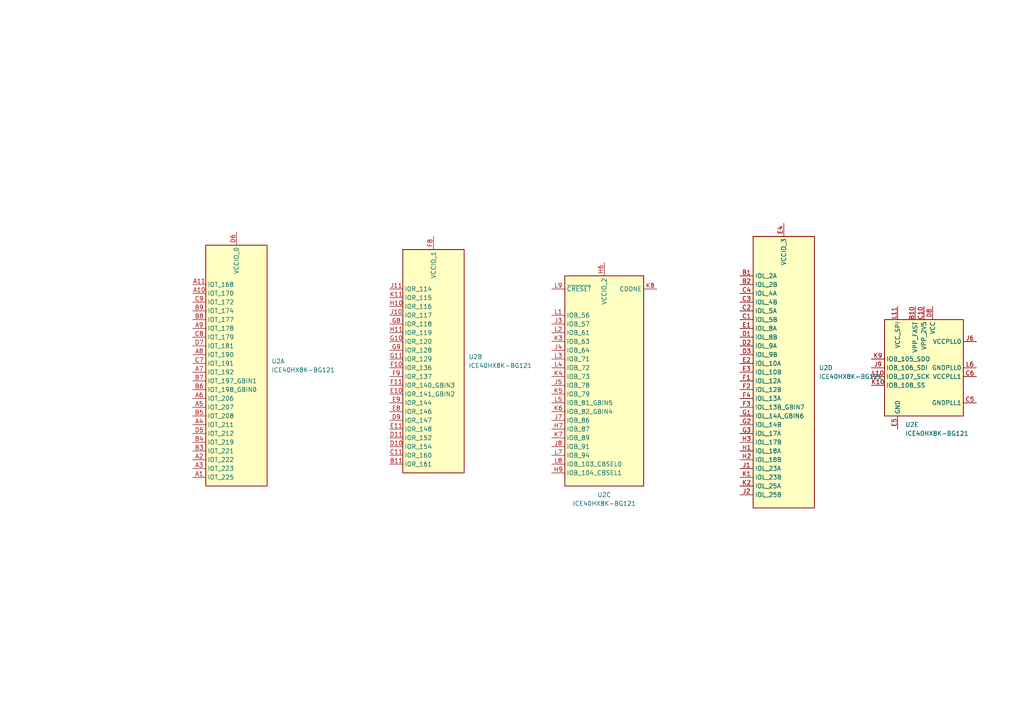
<source format=kicad_sch>
(kicad_sch (version 20230121) (generator eeschema)
  (paper "A4")
  (lib_symbols
    (symbol "FPGA_Lattice:ICE40HX8K-BG121"
      (property "Reference" "U" (at 2.54 44.45 0))
      (property "Value" "ICE40HX8K-BG121" (at 10.16 41.91 0))
      (symbol "ICE40HX8K-BG121_1_1"
        (rectangle (start -8.89 31.75) (end 8.89 -38.1) (stroke (width 0.254)) (fill (type background)))
        (pin bidirectional line (at -12.7 -35.56 0) (length 3.81) (name "IOT_225") (number "A1"))
        (pin bidirectional line (at -12.7 17.78 0) (length 3.81) (name "IOT_170") (number "A10"))
        (pin bidirectional line (at -12.7 20.32 0) (length 3.81) (name "IOT_168") (number "A11"))
        (pin bidirectional line (at -12.7 -30.48 0) (length 3.81) (name "IOT_222") (number "A2"))
        (pin bidirectional line (at -12.7 -33.02 0) (length 3.81) (name "IOT_223") (number "A3"))
        (pin bidirectional line (at -12.7 -20.32 0) (length 3.81) (name "IOT_211") (number "A4"))
        (pin bidirectional line (at -12.7 -15.24 0) (length 3.81) (name "IOT_207") (number "A5"))
        (pin bidirectional line (at -12.7 -12.7 0) (length 3.81) (name "IOT_206") (number "A6"))
        (pin bidirectional line (at -12.7 -5.08 0) (length 3.81) (name "IOT_192") (number "A7"))
        (pin bidirectional line (at -12.7 0 0) (length 3.81) (name "IOT_190") (number "A8"))
        (pin bidirectional line (at -12.7 7.62 0) (length 3.81) (name "IOT_178") (number "A9"))
        (pin bidirectional line (at -12.7 -27.94 0) (length 3.81) (name "IOT_221") (number "B3"))
        (pin bidirectional line (at -12.7 -25.4 0) (length 3.81) (name "IOT_219") (number "B4"))
        (pin bidirectional line (at -12.7 -17.78 0) (length 3.81) (name "IOT_208") (number "B5"))
        (pin bidirectional line (at -12.7 -10.16 0) (length 3.81) (name "IOT_198_GBIN0") (number "B6"))
        (pin bidirectional line (at -12.7 -7.62 0) (length 3.81) (name "IOT_197_GBIN1") (number "B7"))
        (pin bidirectional line (at -12.7 10.16 0) (length 3.81) (name "IOT_177") (number "B8"))
        (pin bidirectional line (at -12.7 12.7 0) (length 3.81) (name "IOT_174") (number "B9"))
        (pin bidirectional line (at -12.7 -2.54 0) (length 3.81) (name "IOT_191") (number "C7"))
        (pin bidirectional line (at -12.7 5.08 0) (length 3.81) (name "IOT_179") (number "C8"))
        (pin bidirectional line (at -12.7 15.24 0) (length 3.81) (name "IOT_172") (number "C9"))
        (pin bidirectional line (at -12.7 -22.86 0) (length 3.81) (name "IOT_212") (number "D5"))
        (pin power_in line (at 0 35.56 270) (length 3.81) (name "VCCIO_0") (number "D6"))
        (pin bidirectional line (at -12.7 2.54 0) (length 3.81) (name "IOT_181") (number "D7"))
      )
      (symbol "ICE40HX8K-BG121_2_1"
        (rectangle (start -8.89 31.75) (end 8.89 -33.02) (stroke (width 0.254)) (fill (type background)))
        (pin bidirectional line (at -12.7 -30.48 0) (length 3.81) (name "IOR_161") (number "B11"))
        (pin bidirectional line (at -12.7 -27.94 0) (length 3.81) (name "IOR_160") (number "C11"))
        (pin bidirectional line (at -12.7 -25.4 0) (length 3.81) (name "IOR_154") (number "D10"))
        (pin bidirectional line (at -12.7 -22.86 0) (length 3.81) (name "IOR_152") (number "D11"))
        (pin bidirectional line (at -12.7 -17.78 0) (length 3.81) (name "IOR_147") (number "D9"))
        (pin bidirectional line (at -12.7 -10.16 0) (length 3.81) (name "IOR_141_GBIN2") (number "E10"))
        (pin bidirectional line (at -12.7 -20.32 0) (length 3.81) (name "IOR_148") (number "E11"))
        (pin bidirectional line (at -12.7 -15.24 0) (length 3.81) (name "IOR_146") (number "E8"))
        (pin bidirectional line (at -12.7 -12.7 0) (length 3.81) (name "IOR_144") (number "E9"))
        (pin bidirectional line (at -12.7 -2.54 0) (length 3.81) (name "IOR_136") (number "F10"))
        (pin bidirectional line (at -12.7 -7.62 0) (length 3.81) (name "IOR_140_GBIN3") (number "F11"))
        (pin power_in line (at 0 35.56 270) (length 3.81) (name "VCCIO_1") (number "F8"))
        (pin bidirectional line (at -12.7 -5.08 0) (length 3.81) (name "IOR_137") (number "F9"))
        (pin bidirectional line (at -12.7 5.08 0) (length 3.81) (name "IOR_120") (number "G10"))
        (pin bidirectional line (at -12.7 0 0) (length 3.81) (name "IOR_129") (number "G11"))
        (pin bidirectional line (at -12.7 10.16 0) (length 3.81) (name "IOR_118") (number "G8"))
        (pin bidirectional line (at -12.7 2.54 0) (length 3.81) (name "IOR_128") (number "G9"))
        (pin bidirectional line (at -12.7 15.24 0) (length 3.81) (name "IOR_116") (number "H10"))
        (pin bidirectional line (at -12.7 7.62 0) (length 3.81) (name "IOR_119") (number "H11"))
        (pin bidirectional line (at -12.7 12.7 0) (length 3.81) (name "IOR_117") (number "J10"))
        (pin bidirectional line (at -12.7 20.32 0) (length 3.81) (name "IOR_114") (number "J11"))
        (pin bidirectional line (at -12.7 17.78 0) (length 3.81) (name "IOR_115") (number "K11"))
      )
      (symbol "ICE40HX8K-BG121_3_1"
        (rectangle (start -11.43 29.21) (end 11.43 -31.75) (stroke (width 0.254)) (fill (type background)))
        (pin power_in line (at 0 33.02 270) (length 3.81) (name "VCCIO_2") (number "H6"))
        (pin bidirectional line (at -15.24 -15.24 0) (length 3.81) (name "IOB_87") (number "H7"))
        (pin bidirectional line (at -15.24 -27.94 0) (length 3.81) (name "IOB_104_CBSEL1") (number "H9"))
        (pin bidirectional line (at -15.24 15.24 0) (length 3.81) (name "IOB_57") (number "J3"))
        (pin bidirectional line (at -15.24 7.62 0) (length 3.81) (name "IOB_64") (number "J4"))
        (pin bidirectional line (at -15.24 -2.54 0) (length 3.81) (name "IOB_78") (number "J5"))
        (pin bidirectional line (at -15.24 -12.7 0) (length 3.81) (name "IOB_86") (number "J7"))
        (pin bidirectional line (at -15.24 -20.32 0) (length 3.81) (name "IOB_91") (number "J8"))
        (pin bidirectional line (at -15.24 10.16 0) (length 3.81) (name "IOB_63") (number "K3"))
        (pin bidirectional line (at -15.24 0 0) (length 3.81) (name "IOB_73") (number "K4"))
        (pin bidirectional line (at -15.24 -5.08 0) (length 3.81) (name "IOB_79") (number "K5"))
        (pin bidirectional line (at -15.24 -10.16 0) (length 3.81) (name "IOB_82_GBIN4") (number "K6"))
        (pin bidirectional line (at -15.24 -17.78 0) (length 3.81) (name "IOB_89") (number "K7"))
        (pin open_collector line (at 15.24 25.4 180) (length 3.81) (name "CDONE") (number "K8"))
        (pin bidirectional line (at -15.24 17.78 0) (length 3.81) (name "IOB_56") (number "L1"))
        (pin bidirectional line (at -15.24 12.7 0) (length 3.81) (name "IOB_61") (number "L2"))
        (pin bidirectional line (at -15.24 5.08 0) (length 3.81) (name "IOB_71") (number "L3"))
        (pin bidirectional line (at -15.24 2.54 0) (length 3.81) (name "IOB_72") (number "L4"))
        (pin bidirectional line (at -15.24 -7.62 0) (length 3.81) (name "IOB_81_GBIN5") (number "L5"))
        (pin bidirectional line (at -15.24 -22.86 0) (length 3.81) (name "IOB_94") (number "L7"))
        (pin bidirectional line (at -15.24 -25.4 0) (length 3.81) (name "IOB_103_CBSEL0") (number "L8"))
        (pin input line (at -15.24 25.4 0) (length 3.81) (name "~{CRESET}") (number "L9"))
      )
      (symbol "ICE40HX8K-BG121_4_1"
        (rectangle (start -8.89 39.37) (end 8.89 -39.37) (stroke (width 0.254)) (fill (type background)))
        (pin bidirectional line (at -12.7 27.94 0) (length 3.81) (name "IOL_2A") (number "B1"))
        (pin bidirectional line (at -12.7 25.4 0) (length 3.81) (name "IOL_2B") (number "B2"))
        (pin bidirectional line (at -12.7 15.24 0) (length 3.81) (name "IOL_5B") (number "C1"))
        (pin bidirectional line (at -12.7 17.78 0) (length 3.81) (name "IOL_5A") (number "C2"))
        (pin bidirectional line (at -12.7 20.32 0) (length 3.81) (name "IOL_4B") (number "C3"))
        (pin bidirectional line (at -12.7 22.86 0) (length 3.81) (name "IOL_4A") (number "C4"))
        (pin bidirectional line (at -12.7 10.16 0) (length 3.81) (name "IOL_8B") (number "D1"))
        (pin bidirectional line (at -12.7 7.62 0) (length 3.81) (name "IOL_9A") (number "D2"))
        (pin bidirectional line (at -12.7 5.08 0) (length 3.81) (name "IOL_9B") (number "D3"))
        (pin bidirectional line (at -12.7 12.7 0) (length 3.81) (name "IOL_8A") (number "E1"))
        (pin bidirectional line (at -12.7 2.54 0) (length 3.81) (name "IOL_10A") (number "E2"))
        (pin bidirectional line (at -12.7 0 0) (length 3.81) (name "IOL_10B") (number "E3"))
        (pin power_in line (at 0 43.18 270) (length 3.81) (name "VCCIO_3") (number "E4"))
        (pin bidirectional line (at -12.7 -2.54 0) (length 3.81) (name "IOL_12A") (number "F1"))
        (pin bidirectional line (at -12.7 -5.08 0) (length 3.81) (name "IOL_12B") (number "F2"))
        (pin bidirectional line (at -12.7 -10.16 0) (length 3.81) (name "IOL_13B_GBIN7") (number "F3"))
        (pin bidirectional line (at -12.7 -7.62 0) (length 3.81) (name "IOL_13A") (number "F4"))
        (pin bidirectional line (at -12.7 -12.7 0) (length 3.81) (name "IOL_14A_GBIN6") (number "G1"))
        (pin bidirectional line (at -12.7 -15.24 0) (length 3.81) (name "IOL_14B") (number "G2"))
        (pin bidirectional line (at -12.7 -17.78 0) (length 3.81) (name "IOL_17A") (number "G3"))
        (pin passive line (at 0 43.18 270) (length 3.81) hide (name "VCCIO_3") (number "G4"))
        (pin bidirectional line (at -12.7 -22.86 0) (length 3.81) (name "IOL_18A") (number "H1"))
        (pin bidirectional line (at -12.7 -25.4 0) (length 3.81) (name "IOL_18B") (number "H2"))
        (pin bidirectional line (at -12.7 -20.32 0) (length 3.81) (name "IOL_17B") (number "H3"))
        (pin bidirectional line (at -12.7 -27.94 0) (length 3.81) (name "IOL_23A") (number "J1"))
        (pin bidirectional line (at -12.7 -35.56 0) (length 3.81) (name "IOL_25B") (number "J2"))
        (pin bidirectional line (at -12.7 -30.48 0) (length 3.81) (name "IOL_23B") (number "K1"))
        (pin bidirectional line (at -12.7 -33.02 0) (length 3.81) (name "IOL_25A") (number "K2"))
      )
      (symbol "ICE40HX8K-BG121_5_1"
        (rectangle (start -11.43 13.97) (end 11.43 -13.97) (stroke (width 0.254)) (fill (type background)))
        (pin power_in line (at -2.54 17.78 270) (length 3.81) (name "VPP_FAST") (number "B10"))
        (pin power_in line (at 0 17.78 270) (length 3.81) (name "VPP_2V5") (number "C10"))
        (pin power_in line (at 15.24 -10.16 180) (length 3.81) (name "GNDPLL1") (number "C5"))
        (pin power_in line (at 15.24 -2.54 180) (length 3.81) (name "VCCPLL1") (number "C6"))
        (pin passive line (at 2.54 17.78 270) (length 3.81) hide (name "VCC") (number "D4"))
        (pin power_in line (at 2.54 17.78 270) (length 3.81) (name "VCC") (number "D8"))
        (pin power_in line (at -7.62 -17.78 90) (length 3.81) (name "GND") (number "E5"))
        (pin passive line (at -7.62 -17.78 90) (length 3.81) hide (name "GND") (number "E6"))
        (pin passive line (at -7.62 -17.78 90) (length 3.81) hide (name "GND") (number "E7"))
        (pin passive line (at -7.62 -17.78 90) (length 3.81) hide (name "GND") (number "F5"))
        (pin passive line (at -7.62 -17.78 90) (length 3.81) hide (name "GND") (number "F6"))
        (pin passive line (at -7.62 -17.78 90) (length 3.81) hide (name "GND") (number "F7"))
        (pin passive line (at -7.62 -17.78 90) (length 3.81) hide (name "GND") (number "G5"))
        (pin passive line (at -7.62 -17.78 90) (length 3.81) hide (name "GND") (number "G6"))
        (pin passive line (at -7.62 -17.78 90) (length 3.81) hide (name "GND") (number "G7"))
        (pin passive line (at 2.54 17.78 270) (length 3.81) hide (name "VCC") (number "H4"))
        (pin passive line (at -7.62 -17.78 90) (length 3.81) hide (name "GND") (number "H5"))
        (pin passive line (at 2.54 17.78 270) (length 3.81) hide (name "VCC") (number "H8"))
        (pin power_in line (at 15.24 7.62 180) (length 3.81) (name "VCCPLL0") (number "J6"))
        (pin bidirectional line (at -15.24 0 0) (length 3.81) (name "IOB_106_SDI") (number "J9"))
        (pin bidirectional line (at -15.24 -5.08 0) (length 3.81) (name "IOB_108_SS") (number "K10"))
        (pin bidirectional line (at -15.24 2.54 0) (length 3.81) (name "IOB_105_SDO") (number "K9"))
        (pin bidirectional line (at -15.24 -2.54 0) (length 3.81) (name "IOB_107_SCK") (number "L10"))
        (pin power_in line (at -7.62 17.78 270) (length 3.81) (name "VCC_SPI") (number "L11"))
        (pin power_in line (at 15.24 0 180) (length 3.81) (name "GNDPLL0") (number "L6"))
      )
    )
  )
  (symbol (lib_id "FPGA_Lattice:ICE40HX8K-BG121") (at 175.26 109.22 0) (unit 3)
    (property "Reference" "U2" (at 175.26 143.51 0))
    (property "Value" "ICE40HX8K-BG121" (at 175.26 146.05 0))
    (property "Footprint" "Package_BGA:BGA-121_9.0x9.0mm_Layout11x11_P0.8mm_Ball0.4mm_Pad0.35mm_NSMD" (effects hide))
    (property "Datasheet" "http://www.latticesemi.com/Products/FPGAandCPLD/iCE40" (effects hide))
    (property "PN" "220-2148-ND" (effects hide))
  )
  (symbol (lib_id "FPGA_Lattice:ICE40HX8K-BG121") (at 68.58 102.87 0) (unit 1)
    (property "Reference" "U2" (at 78.74 104.775 0) (effects (justify left)))
    (property "Value" "ICE40HX8K-BG121" (at 78.74 107.315 0) (effects (justify left)))
    (property "Footprint" "Package_BGA:BGA-121_9.0x9.0mm_Layout11x11_P0.8mm_Ball0.4mm_Pad0.35mm_NSMD" (effects hide))
    (property "Datasheet" "http://www.latticesemi.com/Products/FPGAandCPLD/iCE40" (effects hide))
    (property "PN" "220-2148-ND" (effects hide))
  )
  (symbol (lib_id "FPGA_Lattice:ICE40HX8K-BG121") (at 267.97 106.68 0) (unit 5)
    (property "Reference" "U2" (at 262.5441 123.19 0) (effects (justify left)))
    (property "Value" "ICE40HX8K-BG121" (at 262.5441 125.73 0) (effects (justify left)))
    (property "Footprint" "Package_BGA:BGA-121_9.0x9.0mm_Layout11x11_P0.8mm_Ball0.4mm_Pad0.35mm_NSMD" (effects hide))
    (property "Datasheet" "http://www.latticesemi.com/Products/FPGAandCPLD/iCE40" (effects hide))
    (property "PN" "220-2148-ND" (effects hide))
  )
  (symbol (lib_id "FPGA_Lattice:ICE40HX8K-BG121") (at 125.73 104.14 0) (unit 2)
    (property "Reference" "U2" (at 135.89 103.505 0) (effects (justify left)))
    (property "Value" "ICE40HX8K-BG121" (at 135.89 106.045 0) (effects (justify left)))
    (property "Footprint" "Package_BGA:BGA-121_9.0x9.0mm_Layout11x11_P0.8mm_Ball0.4mm_Pad0.35mm_NSMD" (effects hide))
    (property "Datasheet" "http://www.latticesemi.com/Products/FPGAandCPLD/iCE40" (effects hide))
    (property "PN" "220-2148-ND" (effects hide))
  )
  (symbol (lib_id "FPGA_Lattice:ICE40HX8K-BG121") (at 227.33 107.95 0) (unit 4)
    (property "Reference" "U2" (at 237.49 106.68 0) (effects (justify left)))
    (property "Value" "ICE40HX8K-BG121" (at 237.49 109.22 0) (effects (justify left)))
    (property "Footprint" "Package_BGA:BGA-121_9.0x9.0mm_Layout11x11_P0.8mm_Ball0.4mm_Pad0.35mm_NSMD" (effects hide))
    (property "Datasheet" "http://www.latticesemi.com/Products/FPGAandCPLD/iCE40" (effects hide))
    (property "PN" "220-2148-ND" (effects hide))
  )
)
</source>
